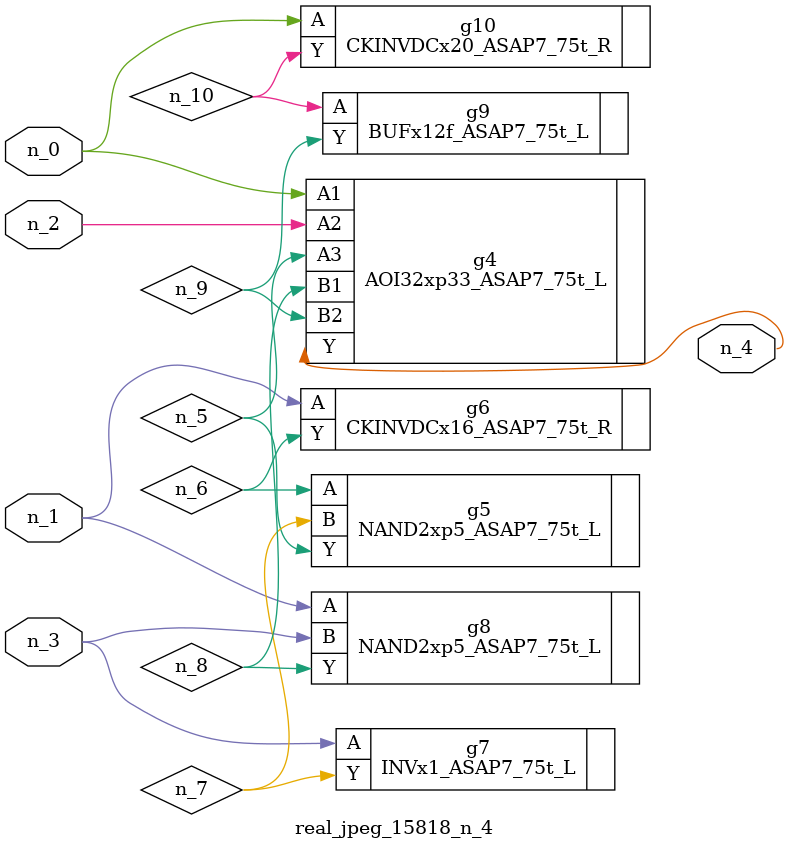
<source format=v>
module real_jpeg_15818_n_4 (n_3, n_1, n_0, n_2, n_4);

input n_3;
input n_1;
input n_0;
input n_2;

output n_4;

wire n_5;
wire n_8;
wire n_6;
wire n_7;
wire n_10;
wire n_9;

AOI32xp33_ASAP7_75t_L g4 ( 
.A1(n_0),
.A2(n_2),
.A3(n_5),
.B1(n_8),
.B2(n_9),
.Y(n_4)
);

CKINVDCx20_ASAP7_75t_R g10 ( 
.A(n_0),
.Y(n_10)
);

CKINVDCx16_ASAP7_75t_R g6 ( 
.A(n_1),
.Y(n_6)
);

NAND2xp5_ASAP7_75t_L g8 ( 
.A(n_1),
.B(n_3),
.Y(n_8)
);

INVx1_ASAP7_75t_L g7 ( 
.A(n_3),
.Y(n_7)
);

NAND2xp5_ASAP7_75t_L g5 ( 
.A(n_6),
.B(n_7),
.Y(n_5)
);

BUFx12f_ASAP7_75t_L g9 ( 
.A(n_10),
.Y(n_9)
);


endmodule
</source>
